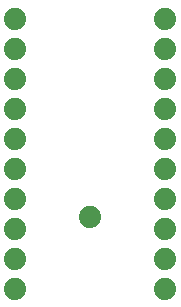
<source format=gbl>
G75*
%MOIN*%
%OFA0B0*%
%FSLAX25Y25*%
%IPPOS*%
%LPD*%
%AMOC8*
5,1,8,0,0,1.08239X$1,22.5*
%
%ADD10C,0.07400*%
D10*
X0011039Y0011118D03*
X0011039Y0021118D03*
X0011039Y0031118D03*
X0011039Y0041118D03*
X0011039Y0051118D03*
X0011039Y0061118D03*
X0011039Y0071118D03*
X0011039Y0081118D03*
X0011039Y0091118D03*
X0011039Y0101118D03*
X0036039Y0035055D03*
X0061039Y0031118D03*
X0061039Y0021118D03*
X0061039Y0011118D03*
X0061039Y0041118D03*
X0061039Y0051118D03*
X0061039Y0061118D03*
X0061039Y0071118D03*
X0061039Y0081118D03*
X0061039Y0091118D03*
X0061039Y0101118D03*
M02*

</source>
